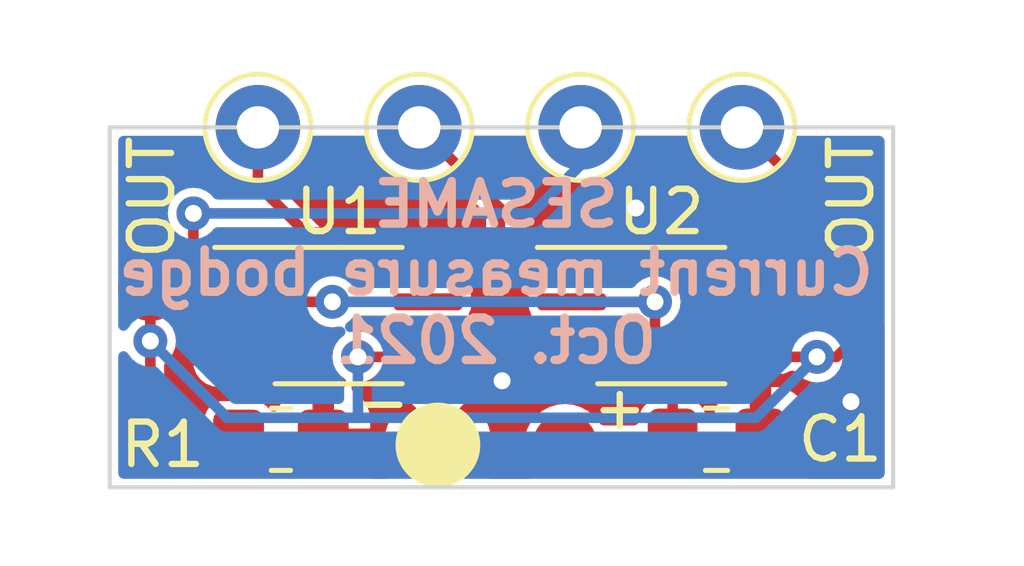
<source format=kicad_pcb>
(kicad_pcb (version 20210722) (generator pcbnew)
  (layers (0 "F.Cu" signal) (31 "B.Cu" signal) (34 "B.Paste" user) (35 "F.Paste" user) (36 "B.SilkS" user "B.Silkscreen") (37 "F.SilkS" user "F.Silkscreen") (38 "B.Mask" user) (39 "F.Mask" user) (44 "Edge.Cuts" user))
  (net 0 "")
  (net 1 "VCC")
  (net 2 "GND")
  (net 3 "Net-(J3-Pad1)")
  (net 4 "Net-(J4-Pad1)")
  (net 5 "Net-(J5-Pad1)")
  (net 6 "Net-(J6-Pad1)")
  (net 7 "Net-(J7-Pad1)")
  (footprint "Package_SO:MSOP-8_3x3mm_P0.65mm" (layer "F.Cu") (at 128.905 99.695)
    (fp_text reference "U1" (at 0 -2.45) (layer "F.SilkS"))
    (fp_text value "LT6105" hide)
    (fp_line (start 0 1.61) (end 1.5 1.61) (layer "F.SilkS") (width 0.12))
    (fp_line (start 0 -1.61) (end -2.925 -1.61) (layer "F.SilkS") (width 0.12))
    (fp_line (start 0 -1.61) (end 1.5 -1.61) (layer "F.SilkS") (width 0.12))
    (fp_line (start 0 1.61) (end -1.5 1.61) (layer "F.SilkS") (width 0.12))
    (pad "1" smd roundrect locked (at -2.1125 -0.975) (size 1.625 0.4) (layers "F.Cu" "F.Paste" "F.Mask") (net 4 "Net-(J4-Pad1)"))
    (pad "2" smd roundrect locked (at -2.1125 -0.325) (size 1.625 0.4) (layers "F.Cu" "F.Paste" "F.Mask") (net 1 "VCC"))
    (pad "3" smd roundrect locked (at -2.1125 0.325) (size 1.625 0.4) (layers "F.Cu" "F.Paste" "F.Mask"))
    (pad "4" smd roundrect locked (at -2.1125 0.975) (size 1.625 0.4) (layers "F.Cu" "F.Paste" "F.Mask") (net 2 "GND"))
    (pad "5" smd roundrect locked (at 2.1125 0.975) (size 1.625 0.4) (layers "F.Cu" "F.Paste" "F.Mask") (net 7 "Net-(J7-Pad1)"))
    (pad "6" smd roundrect locked (at 2.1125 0.325) (size 1.625 0.4) (layers "F.Cu" "F.Paste" "F.Mask"))
    (pad "7" smd roundrect locked (at 2.1125 -0.325) (size 1.625 0.4) (layers "F.Cu" "F.Paste" "F.Mask"))
    (pad "8" smd roundrect locked (at 2.1125 -0.975) (size 1.625 0.4) (layers "F.Cu" "F.Paste" "F.Mask") (net 3 "Net-(J3-Pad1)"))
  )
  (footprint "Package_SO:MSOP-8_3x3mm_P0.65mm" (layer "F.Cu") (at 136.525 99.695)
    (fp_text reference "U2" (at 0 -2.45) (layer "F.SilkS"))
    (fp_text value "LT6105" hide)
    (fp_line (start 0 1.61) (end 1.5 1.61) (layer "F.SilkS") (width 0.12))
    (fp_line (start 0 -1.61) (end -2.925 -1.61) (layer "F.SilkS") (width 0.12))
    (fp_line (start 0 1.61) (end -1.5 1.61) (layer "F.SilkS") (width 0.12))
    (fp_line (start 0 -1.61) (end 1.5 -1.61) (layer "F.SilkS") (width 0.12))
    (pad "1" smd roundrect locked (at -2.1125 -0.975) (size 1.625 0.4) (layers "F.Cu" "F.Paste" "F.Mask") (net 6 "Net-(J6-Pad1)"))
    (pad "2" smd roundrect locked (at -2.1125 -0.325) (size 1.625 0.4) (layers "F.Cu" "F.Paste" "F.Mask") (net 1 "VCC"))
    (pad "3" smd roundrect locked (at -2.1125 0.325) (size 1.625 0.4) (layers "F.Cu" "F.Paste" "F.Mask"))
    (pad "4" smd roundrect locked (at -2.1125 0.975) (size 1.625 0.4) (layers "F.Cu" "F.Paste" "F.Mask") (net 2 "GND"))
    (pad "5" smd roundrect locked (at 2.1125 0.975) (size 1.625 0.4) (layers "F.Cu" "F.Paste" "F.Mask") (net 7 "Net-(J7-Pad1)"))
    (pad "6" smd roundrect locked (at 2.1125 0.325) (size 1.625 0.4) (layers "F.Cu" "F.Paste" "F.Mask"))
    (pad "7" smd roundrect locked (at 2.1125 -0.325) (size 1.625 0.4) (layers "F.Cu" "F.Paste" "F.Mask"))
    (pad "8" smd roundrect locked (at 2.1125 -0.975) (size 1.625 0.4) (layers "F.Cu" "F.Paste" "F.Mask") (net 5 "Net-(J5-Pad1)"))
  )
  (footprint "Connector_Pin:Pin_D1.0mm_L10.0mm" (layer "F.Cu") (at 134.62 95.25)
    (fp_text reference "J4" hide)
    (fp_text value "Conn_01x01" hide)
    (fp_circle (center 0 0) (end 1.25 0.05) (layer "F.SilkS") (width 0.12) (fill none))
    (pad "1" thru_hole circle locked (at 0 0) (size 2 2) (drill 1) (property PAD_PROP::CASTELLATED) (layers *.Cu *.Mask) (net 4 "Net-(J4-Pad1)"))
  )
  (footprint "dual_LT6105_footprints:conn_pad" (layer "F.Cu") (at 124.46 99.06)
    (fp_text reference "OUT" (at 0.035 -2.159 90 unlocked) (layer "F.SilkS"))
    (fp_text value "Conn_01x01" hide)
    (pad "1" smd circle (at 0 0) (size 1.524 1.524) (layers "F.Cu" "F.Paste" "F.Mask") (net 7 "Net-(J7-Pad1)"))
  )
  (footprint "Capacitor_SMD:C_0805_2012Metric_Pad1.18x1.45mm_HandSolder" (layer "F.Cu") (at 137.83 102.616)
    (fp_text reference "C1" (at 2.921 0) (layer "F.SilkS"))
    (fp_text value "100n")
    (fp_line (start -0.261252 0.735) (end 0.261252 0.735) (layer "F.SilkS") (width 0.12))
    (fp_line (start -0.261252 -0.735) (end 0.261252 -0.735) (layer "F.SilkS") (width 0.12))
    (pad "1" smd roundrect locked (at -1.0375 0) (size 1.175 1.45) (layers "F.Cu" "F.Paste" "F.Mask") (roundrect_rratio 0.2127659574) (net 1 "VCC"))
    (pad "2" smd roundrect locked (at 1.0375 0) (size 1.175 1.45) (layers "F.Cu" "F.Paste" "F.Mask") (roundrect_rratio 0.2127659574) (net 2 "GND"))
  )
  (footprint "Connector_Pin:Pin_D1.0mm_L10.0mm" (layer "F.Cu") (at 130.81 95.25)
    (fp_text reference "J6" hide)
    (fp_text value "Conn_01x01" hide)
    (fp_circle (center 0 0) (end 1.25 0.05) (layer "F.SilkS") (width 0.12) (fill none))
    (pad "1" thru_hole circle locked (at 0 0) (size 2 2) (drill 1) (property PAD_PROP::CASTELLATED) (layers *.Cu *.Mask) (net 6 "Net-(J6-Pad1)"))
  )
  (footprint "dual_LT6105_footprints:conn_pad" (layer "F.Cu") (at 140.97 99.06)
    (fp_text reference "OUT" (at 0.035 -2.159 90 unlocked) (layer "F.SilkS"))
    (fp_text value "Conn_01x01" hide)
    (pad "1" smd circle (at 0 0) (size 1.524 1.524) (layers "F.Cu" "F.Paste" "F.Mask") (net 7 "Net-(J7-Pad1)"))
  )
  (footprint "dual_LT6105_footprints:conn_pad" (layer "F.Cu") (at 134.25 102.75)
    (fp_text reference "+" (at 1.294 -0.896 unlocked) (layer "F.SilkS"))
    (fp_text value "Conn_01x01" hide)
    (pad "1" smd circle (at 0 0) (size 1.524 1.524) (layers "F.Cu" "F.Paste" "F.Mask") (net 1 "VCC"))
  )
  (footprint "Connector_Pin:Pin_D1.0mm_L10.0mm" (layer "F.Cu") (at 127 95.25)
    (fp_text reference "J3" hide)
    (fp_text value "Conn_01x01" hide)
    (fp_circle (center 0 0) (end 1.25 0.05) (layer "F.SilkS") (width 0.12) (fill none))
    (pad "1" thru_hole circle locked (at 0 0) (size 2 2) (drill 1) (property PAD_PROP::CASTELLATED) (layers *.Cu *.Mask) (net 3 "Net-(J3-Pad1)"))
  )
  (footprint "Connector_Pin:Pin_D1.0mm_L10.0mm" (layer "F.Cu") (at 138.43 95.25)
    (fp_text reference "J5" hide)
    (fp_text value "Conn_01x01" hide)
    (fp_circle (center 0 0) (end 1.25 0.05) (layer "F.SilkS") (width 0.12) (fill none))
    (pad "1" thru_hole circle locked (at 0 0) (size 2 2) (drill 1) (property PAD_PROP::CASTELLATED) (layers *.Cu *.Mask) (net 5 "Net-(J5-Pad1)"))
  )
  (footprint "dual_LT6105_footprints:conn_pad" (layer "F.Cu") (at 131.25 102.75)
    (fp_text reference "-" (at -1.294 -1.023 unlocked) (layer "F.SilkS"))
    (fp_text value "Conn_01x01" hide)
    (pad "1" smd circle (at 0 0) (size 1.524 1.524) (layers "F.Cu" "F.Paste" "F.Mask") (net 2 "GND"))
  )
  (footprint "Resistor_SMD:R_0805_2012Metric_Pad1.20x1.40mm_HandSolder" (layer "F.Cu") (at 127.543 102.616)
    (fp_text reference "R1" (at -2.794 0.127) (layer "F.SilkS"))
    (fp_text value "20k")
    (fp_line (start -0.227064 -0.735) (end 0.227064 -0.735) (layer "F.SilkS") (width 0.12))
    (fp_line (start -0.227064 0.735) (end 0.227064 0.735) (layer "F.SilkS") (width 0.12))
    (pad "1" smd roundrect locked (at -1 0) (size 1.2 1.4) (layers "F.Cu" "F.Paste" "F.Mask") (roundrect_rratio 0.2083333333) (net 7 "Net-(J7-Pad1)"))
    (pad "2" smd roundrect locked (at 1 0) (size 1.2 1.4) (layers "F.Cu" "F.Paste" "F.Mask") (roundrect_rratio 0.2083333333) (net 2 "GND"))
  )
  (gr_circle (center 131.25 102.75) (end 132.15 102.75) (layer "F.SilkS") (width 0.2) (fill solid))
  (gr_rect (start 123.5 103.75) (end 142 95.25) (layer "Edge.Cuts") (width 0.1) (fill none))
  (gr_text "SESAME\nCurrent measure bodge\nOct. 2021" (at 132.623 98.679) (layer "B.SilkS") (effects (font (size 1 1) (thickness 0.2)) (justify mirror)))
  (segment (start 128.757 99.37) (end 128.813 99.314) (width 0.25) (layer "F.Cu") (net 1))
  (segment (start 136.377 100.623) (end 136.7925 101.0385) (width 0.25) (layer "F.Cu") (net 1))
  (segment (start 134.4125 99.37) (end 136.377 99.37) (width 0.25) (layer "F.Cu") (net 1))
  (segment (start 136.7925 102.616) (end 134.384 102.616) (width 0.25) (layer "F.Cu") (net 1))
  (segment (start 136.377 100.623) (end 136.377 99.37) (width 0.25) (layer "F.Cu") (net 1))
  (segment (start 134.384 102.616) (end 134.25 102.75) (width 0.25) (layer "F.Cu") (net 1))
  (segment (start 136.7925 101.0385) (end 136.7925 102.616) (width 0.25) (layer "F.Cu") (net 1))
  (segment (start 128.757 99.37) (end 126.7925 99.37) (width 0.25) (layer "F.Cu") (net 1))
  (via (at 136.377 99.37) (size 0.8) (drill 0.4) (layers "F.Cu" "B.Cu") (net 1))
  (via (at 128.757 99.37) (size 0.8) (drill 0.4) (layers "F.Cu" "B.Cu") (net 1))
  (segment (start 136.377 99.37) (end 136.433 99.314) (width 0.25) (layer "B.Cu") (net 1))
  (segment (start 128.757 99.37) (end 136.377 99.37) (width 0.25) (layer "B.Cu") (net 1))
  (segment (start 128.677 102.75) (end 128.543 102.616) (width 0.25) (layer "F.Cu") (net 2))
  (segment (start 138.8675 102.616) (end 140.243 102.616) (width 0.25) (layer "F.Cu") (net 2))
  (segment (start 131.25 102.75) (end 128.677 102.75) (width 0.25) (layer "F.Cu") (net 2))
  (segment (start 138.8675 102.616) (end 138.8675 101.3675) (width 0.25) (layer "F.Cu") (net 2))
  (segment (start 138.8675 101.3675) (end 138.719 101.219) (width 0.25) (layer "F.Cu") (net 2))
  (segment (start 138.719 101.219) (end 137.576 101.219) (width 0.25) (layer "F.Cu") (net 2))
  (segment (start 137.195 98.933) (end 135.925 97.663) (width 0.25) (layer "F.Cu") (net 2))
  (segment (start 128.01 100.67) (end 128.543 101.203) (width 0.25) (layer "F.Cu") (net 2))
  (segment (start 128.543 101.203) (end 128.543 101.616) (width 0.25) (layer "F.Cu") (net 2))
  (segment (start 128.543 101.489) (end 128.543 101.616) (width 0.25) (layer "F.Cu") (net 2))
  (segment (start 134.4125 100.67) (end 133.33 100.67) (width 0.25) (layer "F.Cu") (net 2))
  (segment (start 128.543 101.616) (end 128.543 102.616) (width 0.25) (layer "F.Cu") (net 2))
  (segment (start 135.925 97.663) (end 135.925 97.155) (width 0.25) (layer "F.Cu") (net 2))
  (segment (start 140.243 102.616) (end 141.005 101.854) (width 0.25) (layer "F.Cu") (net 2))
  (segment (start 141.005 101.854) (end 141.005 101.727) (width 0.25) (layer "F.Cu") (net 2))
  (segment (start 137.576 101.219) (end 137.195 100.838) (width 0.25) (layer "F.Cu") (net 2))
  (segment (start 126.7925 100.67) (end 128.01 100.67) (width 0.25) (layer "F.Cu") (net 2))
  (segment (start 133.33 100.67) (end 131.25 102.75) (width 0.25) (layer "F.Cu") (net 2))
  (segment (start 137.195 100.838) (end 137.195 98.933) (width 0.25) (layer "F.Cu") (net 2))
  (via (at 135.925 97.155) (size 0.8) (drill 0.4) (layers "F.Cu" "B.Cu") (net 2))
  (via (at 141.005 101.727) (size 0.8) (drill 0.4) (layers "F.Cu" "B.Cu") (net 2))
  (via (at 132.7655 101.2345) (size 0.8) (drill 0.4) (layers "F.Cu" "B.Cu") (net 2))
  (segment (start 131.0175 98.72) (end 129.616 98.72) (width 0.25) (layer "F.Cu") (net 3))
  (segment (start 127 96.612) (end 127 95.885) (width 0.25) (layer "F.Cu") (net 3))
  (segment (start 128.94 98.044) (end 128.432 98.044) (width 0.25) (layer "F.Cu") (net 3))
  (segment (start 129.616 98.72) (end 128.94 98.044) (width 0.25) (layer "F.Cu") (net 3))
  (segment (start 128.432 98.044) (end 127 96.612) (width 0.25) (layer "F.Cu") (net 3))
  (segment (start 125.476 98.298) (end 125.476 97.282) (width 0.25) (layer "F.Cu") (net 4))
  (segment (start 126.7925 98.72) (end 125.898 98.72) (width 0.25) (layer "F.Cu") (net 4))
  (segment (start 125.898 98.72) (end 125.476 98.298) (width 0.25) (layer "F.Cu") (net 4))
  (via (at 125.476 97.282) (size 0.8) (drill 0.4) (layers "F.Cu" "B.Cu") (net 4))
  (segment (start 125.476 97.282) (end 133.477 97.282) (width 0.25) (layer "B.Cu") (net 4))
  (segment (start 133.477 97.282) (end 133.6675 97.0915) (width 0.25) (layer "B.Cu") (net 4))
  (segment (start 134.62 96.139) (end 134.62 95.37502) (width 0.25) (layer "B.Cu") (net 4))
  (segment (start 133.6675 97.0915) (end 134.62 96.139) (width 0.25) (layer "B.Cu") (net 4))
  (segment (start 139.735 96.555) (end 138.55502 95.37502) (width 0.25) (layer "F.Cu") (net 5))
  (segment (start 138.6375 98.72) (end 139.567 98.72) (width 0.25) (layer "F.Cu") (net 5))
  (segment (start 138.55502 95.37502) (end 138.30498 95.37502) (width 0.25) (layer "F.Cu") (net 5))
  (segment (start 139.735 98.552) (end 139.735 96.555) (width 0.25) (layer "F.Cu") (net 5))
  (segment (start 139.567 98.72) (end 139.735 98.552) (width 0.25) (layer "F.Cu") (net 5))
  (segment (start 133.01 98.72) (end 132.715 98.425) (width 0.25) (layer "F.Cu") (net 6))
  (segment (start 132.715 98.425) (end 132.715 97.155) (width 0.25) (layer "F.Cu") (net 6))
  (segment (start 134.4125 98.72) (end 133.01 98.72) (width 0.25) (layer "F.Cu") (net 6))
  (segment (start 130.93502 95.37502) (end 130.81 95.37502) (width 0.25) (layer "F.Cu") (net 6))
  (segment (start 132.715 97.155) (end 130.93502 95.37502) (width 0.25) (layer "F.Cu") (net 6))
  (segment (start 124.46 100.295) (end 124.46 99.06) (width 0.25) (layer "F.Cu") (net 7))
  (segment (start 126.543 102.616) (end 125.003 102.616) (width 0.25) (layer "F.Cu") (net 7))
  (segment (start 125.003 102.616) (end 124.46 102.073) (width 0.25) (layer "F.Cu") (net 7))
  (segment (start 129.362 100.67) (end 131.0175 100.67) (width 0.25) (layer "F.Cu") (net 7))
  (segment (start 129.362 100.67) (end 129.321 100.711) (width 0.25) (layer "F.Cu") (net 7))
  (segment (start 140.97 100.365) (end 140.97 99.06) (width 0.25) (layer "F.Cu") (net 7))
  (segment (start 140.202 100.67) (end 140.665 100.67) (width 0.25) (layer "F.Cu") (net 7))
  (segment (start 124.882 98.72) (end 124.841 98.679) (width 0.25) (layer "F.Cu") (net 7))
  (segment (start 124.46 102.073) (end 124.46 100.295) (width 0.25) (layer "F.Cu") (net 7))
  (segment (start 140.665 100.67) (end 140.97 100.365) (width 0.25) (layer "F.Cu") (net 7))
  (segment (start 140.202 100.67) (end 138.6375 100.67) (width 0.25) (layer "F.Cu") (net 7))
  (via (at 140.202 100.67) (size 0.8) (drill 0.4) (layers "F.Cu" "B.Cu") (net 7))
  (via (at 129.362 100.67) (size 0.8) (drill 0.4) (layers "F.Cu" "B.Cu") (net 7))
  (via (at 124.46 100.295) (size 0.8) (drill 0.4) (layers "F.Cu" "B.Cu") (net 7))
  (segment (start 138.764 102.108) (end 129.321 102.108) (width 0.25) (layer "B.Cu") (net 7))
  (segment (start 140.202 100.67) (end 138.764 102.108) (width 0.25) (layer "B.Cu") (net 7))
  (segment (start 126.273 102.108) (end 124.46 100.295) (width 0.25) (layer "B.Cu") (net 7))
  (segment (start 127.543 102.108) (end 126.273 102.108) (width 0.25) (layer "B.Cu") (net 7))
  (segment (start 129.362 100.67) (end 129.362 102.067) (width 0.25) (layer "B.Cu") (net 7))
  (segment (start 129.362 102.067) (end 129.321 102.108) (width 0.25) (layer "B.Cu") (net 7))
  (segment (start 127.543 102.108) (end 129.321 102.108) (width 0.25) (layer "B.Cu") (net 7))
  (zone (net 2) (net_name "GND") (layers F&B.Cu) (connect_pads (clearance 0.2)) (min_thickness 0.254) (fill yes (thermal_gap 0.508) (thermal_bridge_width 0.508))
    (polygon (pts (xy 141.988 103.759) (xy 123.479 103.759) (xy 123.479 95.25) (xy 141.988 95.25)))
  )
)
</source>
